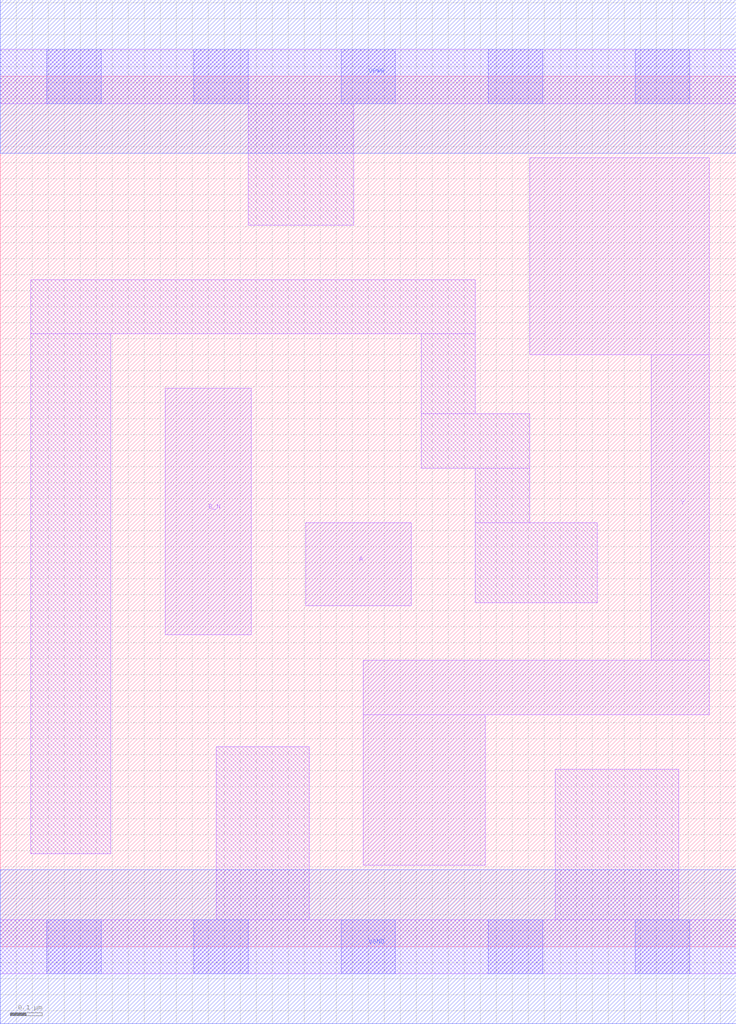
<source format=lef>
# Copyright 2020 The SkyWater PDK Authors
#
# Licensed under the Apache License, Version 2.0 (the "License");
# you may not use this file except in compliance with the License.
# You may obtain a copy of the License at
#
#     https://www.apache.org/licenses/LICENSE-2.0
#
# Unless required by applicable law or agreed to in writing, software
# distributed under the License is distributed on an "AS IS" BASIS,
# WITHOUT WARRANTIES OR CONDITIONS OF ANY KIND, either express or implied.
# See the License for the specific language governing permissions and
# limitations under the License.
#
# SPDX-License-Identifier: Apache-2.0

VERSION 5.7 ;
  NAMESCASESENSITIVE ON ;
  NOWIREEXTENSIONATPIN ON ;
  DIVIDERCHAR "/" ;
  BUSBITCHARS "[]" ;
UNITS
  DATABASE MICRONS 200 ;
END UNITS
PROPERTYDEFINITIONS
  MACRO maskLayoutSubType STRING ;
  MACRO prCellType STRING ;
  MACRO originalViewName STRING ;
END PROPERTYDEFINITIONS
MACRO sky130_fd_sc_hdll__nor2b_1
  CLASS CORE ;
  FOREIGN sky130_fd_sc_hdll__nor2b_1 ;
  ORIGIN  0.000000  0.000000 ;
  SIZE  2.300000 BY  2.720000 ;
  SYMMETRY X Y R90 ;
  SITE unithd ;
  PIN A
    ANTENNAGATEAREA  0.277500 ;
    DIRECTION INPUT ;
    USE SIGNAL ;
    PORT
      LAYER li1 ;
        RECT 0.955000 1.065000 1.285000 1.325000 ;
    END
  END A
  PIN B_N
    ANTENNAGATEAREA  0.138600 ;
    DIRECTION INPUT ;
    USE SIGNAL ;
    PORT
      LAYER li1 ;
        RECT 0.515000 0.975000 0.785000 1.745000 ;
    END
  END B_N
  PIN Y
    ANTENNADIFFAREA  0.445500 ;
    DIRECTION OUTPUT ;
    USE SIGNAL ;
    PORT
      LAYER li1 ;
        RECT 1.135000 0.255000 1.515000 0.725000 ;
        RECT 1.135000 0.725000 2.215000 0.895000 ;
        RECT 1.655000 1.850000 2.215000 2.465000 ;
        RECT 2.035000 0.895000 2.215000 1.850000 ;
    END
  END Y
  PIN VGND
    DIRECTION INOUT ;
    USE GROUND ;
    PORT
      LAYER met1 ;
        RECT 0.000000 -0.240000 2.300000 0.240000 ;
    END
  END VGND
  PIN VPWR
    DIRECTION INOUT ;
    USE POWER ;
    PORT
      LAYER met1 ;
        RECT 0.000000 2.480000 2.300000 2.960000 ;
    END
  END VPWR
  OBS
    LAYER li1 ;
      RECT 0.000000 -0.085000 2.300000 0.085000 ;
      RECT 0.000000  2.635000 2.300000 2.805000 ;
      RECT 0.095000  0.290000 0.345000 1.915000 ;
      RECT 0.095000  1.915000 1.485000 2.085000 ;
      RECT 0.675000  0.085000 0.965000 0.625000 ;
      RECT 0.775000  2.255000 1.105000 2.635000 ;
      RECT 1.315000  1.495000 1.655000 1.665000 ;
      RECT 1.315000  1.665000 1.485000 1.915000 ;
      RECT 1.485000  1.075000 1.865000 1.325000 ;
      RECT 1.485000  1.325000 1.655000 1.495000 ;
      RECT 1.735000  0.085000 2.120000 0.555000 ;
    LAYER mcon ;
      RECT 0.145000 -0.085000 0.315000 0.085000 ;
      RECT 0.145000  2.635000 0.315000 2.805000 ;
      RECT 0.605000 -0.085000 0.775000 0.085000 ;
      RECT 0.605000  2.635000 0.775000 2.805000 ;
      RECT 1.065000 -0.085000 1.235000 0.085000 ;
      RECT 1.065000  2.635000 1.235000 2.805000 ;
      RECT 1.525000 -0.085000 1.695000 0.085000 ;
      RECT 1.525000  2.635000 1.695000 2.805000 ;
      RECT 1.985000 -0.085000 2.155000 0.085000 ;
      RECT 1.985000  2.635000 2.155000 2.805000 ;
  END
  PROPERTY maskLayoutSubType "abstract" ;
  PROPERTY prCellType "standard" ;
  PROPERTY originalViewName "layout" ;
END sky130_fd_sc_hdll__nor2b_1

</source>
